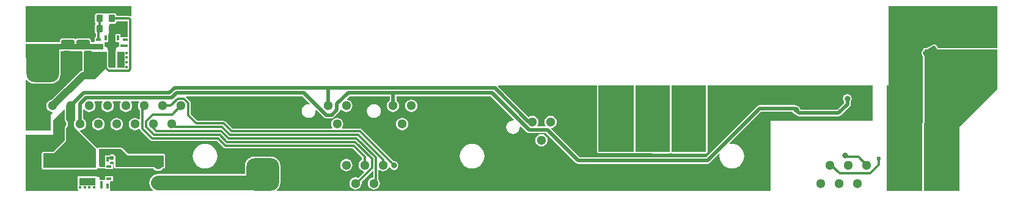
<source format=gtl>
G04*
G04 #@! TF.GenerationSoftware,Altium Limited,Altium Designer,18.1.7 (191)*
G04*
G04 Layer_Physical_Order=1*
G04 Layer_Color=255*
%FSLAX43Y43*%
%MOMM*%
G71*
G01*
G75*
G04:AMPARAMS|DCode=29|XSize=1.8mm|YSize=1.15mm|CornerRadius=0.144mm|HoleSize=0mm|Usage=FLASHONLY|Rotation=270.000|XOffset=0mm|YOffset=0mm|HoleType=Round|Shape=RoundedRectangle|*
%AMROUNDEDRECTD29*
21,1,1.800,0.863,0,0,270.0*
21,1,1.513,1.150,0,0,270.0*
1,1,0.288,-0.431,-0.756*
1,1,0.288,-0.431,0.756*
1,1,0.288,0.431,0.756*
1,1,0.288,0.431,-0.756*
%
%ADD29ROUNDEDRECTD29*%
%ADD30R,2.250X1.125*%
%ADD31R,0.700X0.300*%
%ADD32R,0.300X0.700*%
%ADD33R,0.400X1.000*%
%ADD34R,1.000X0.400*%
%ADD35R,1.125X2.250*%
G04:AMPARAMS|DCode=36|XSize=1mm|YSize=0.9mm|CornerRadius=0.113mm|HoleSize=0mm|Usage=FLASHONLY|Rotation=270.000|XOffset=0mm|YOffset=0mm|HoleType=Round|Shape=RoundedRectangle|*
%AMROUNDEDRECTD36*
21,1,1.000,0.675,0,0,270.0*
21,1,0.775,0.900,0,0,270.0*
1,1,0.225,-0.338,-0.388*
1,1,0.225,-0.338,0.388*
1,1,0.225,0.338,0.388*
1,1,0.225,0.338,-0.388*
%
%ADD36ROUNDEDRECTD36*%
G04:AMPARAMS|DCode=37|XSize=1.8mm|YSize=1.15mm|CornerRadius=0.144mm|HoleSize=0mm|Usage=FLASHONLY|Rotation=180.000|XOffset=0mm|YOffset=0mm|HoleType=Round|Shape=RoundedRectangle|*
%AMROUNDEDRECTD37*
21,1,1.800,0.863,0,0,180.0*
21,1,1.513,1.150,0,0,180.0*
1,1,0.288,-0.756,0.431*
1,1,0.288,0.756,0.431*
1,1,0.288,0.756,-0.431*
1,1,0.288,-0.756,-0.431*
%
%ADD37ROUNDEDRECTD37*%
%ADD38C,2.000*%
%ADD39C,1.000*%
%ADD40C,0.300*%
%ADD41C,0.500*%
%ADD42R,0.300X0.375*%
%ADD43R,0.375X0.300*%
%ADD44C,1.300*%
G04:AMPARAMS|DCode=45|XSize=4.5mm|YSize=4.5mm|CornerRadius=1.125mm|HoleSize=0mm|Usage=FLASHONLY|Rotation=0.000|XOffset=0mm|YOffset=0mm|HoleType=Round|Shape=RoundedRectangle|*
%AMROUNDEDRECTD45*
21,1,4.500,2.250,0,0,0.0*
21,1,2.250,4.500,0,0,0.0*
1,1,2.250,1.125,-1.125*
1,1,2.250,-1.125,-1.125*
1,1,2.250,-1.125,1.125*
1,1,2.250,1.125,1.125*
%
%ADD45ROUNDEDRECTD45*%
G04:AMPARAMS|DCode=46|XSize=2mm|YSize=2mm|CornerRadius=0.25mm|HoleSize=0mm|Usage=FLASHONLY|Rotation=180.000|XOffset=0mm|YOffset=0mm|HoleType=Round|Shape=RoundedRectangle|*
%AMROUNDEDRECTD46*
21,1,2.000,1.500,0,0,180.0*
21,1,1.500,2.000,0,0,180.0*
1,1,0.500,-0.750,0.750*
1,1,0.500,0.750,0.750*
1,1,0.500,0.750,-0.750*
1,1,0.500,-0.750,-0.750*
%
%ADD46ROUNDEDRECTD46*%
%ADD47C,2.000*%
G04:AMPARAMS|DCode=48|XSize=2mm|YSize=2mm|CornerRadius=0.25mm|HoleSize=0mm|Usage=FLASHONLY|Rotation=120.000|XOffset=0mm|YOffset=0mm|HoleType=Round|Shape=RoundedRectangle|*
%AMROUNDEDRECTD48*
21,1,2.000,1.500,0,0,120.0*
21,1,1.500,2.000,0,0,120.0*
1,1,0.500,0.275,1.025*
1,1,0.500,1.025,-0.275*
1,1,0.500,-0.275,-1.025*
1,1,0.500,-1.025,0.275*
%
%ADD48ROUNDEDRECTD48*%
%ADD49C,0.800*%
%ADD50C,0.900*%
%ADD51C,0.600*%
G36*
X14796Y24476D02*
X14669Y24408D01*
X14637Y24430D01*
X14500Y24457D01*
X12751D01*
Y24487D01*
X12727Y24609D01*
X12658Y24713D01*
X12554Y24782D01*
X12432Y24806D01*
X11757D01*
X11658Y24786D01*
X11645Y24800D01*
X10845D01*
X10831Y24786D01*
X10732Y24806D01*
X10057D01*
X9935Y24782D01*
X9832Y24713D01*
X9763Y24609D01*
X9739Y24487D01*
Y23712D01*
X9763Y23591D01*
X9832Y23487D01*
X9848Y23476D01*
Y23324D01*
X9832Y23313D01*
X9763Y23209D01*
X9739Y23087D01*
Y22312D01*
X9763Y22191D01*
X9832Y22087D01*
X9893Y22046D01*
Y21550D01*
X9700D01*
Y20931D01*
X9592Y20804D01*
X9207D01*
Y21031D01*
X9180Y21165D01*
X9104Y21279D01*
X8990Y21355D01*
X8856Y21382D01*
X7344D01*
X7210Y21355D01*
X7096Y21279D01*
X7004D01*
X6890Y21355D01*
X6756Y21382D01*
X5244D01*
X5110Y21355D01*
X4996Y21279D01*
X4920Y21165D01*
X4893Y21031D01*
Y20804D01*
X204Y20804D01*
Y25796D01*
X14796D01*
Y24476D01*
D02*
G37*
G36*
X14293Y21550D02*
X13427D01*
X13400Y21550D01*
X13300Y21615D01*
Y21950D01*
X12600D01*
Y20850D01*
X13035D01*
X13100Y20750D01*
X13100Y20723D01*
Y20213D01*
X13095Y20207D01*
X12973Y20138D01*
X12945Y20150D01*
X12855D01*
X12773Y20116D01*
X12709Y20052D01*
X12675Y19970D01*
Y19880D01*
X12697Y19827D01*
X12656Y19734D01*
X12627Y19700D01*
X12612D01*
Y17257D01*
X11793D01*
X11604Y17446D01*
Y19500D01*
X11588Y19578D01*
X11588Y19579D01*
Y19700D01*
X11573D01*
X11544Y19734D01*
X11503Y19827D01*
X11525Y19880D01*
Y19970D01*
X11491Y20052D01*
X11427Y20116D01*
X11345Y20150D01*
X11255D01*
X11231Y20140D01*
X11105Y20212D01*
X11104Y20214D01*
X11104Y20510D01*
X11104Y20510D01*
X11100Y20530D01*
Y20723D01*
X11100Y20750D01*
X11165Y20850D01*
X11600D01*
Y21892D01*
X11643Y21996D01*
X11686Y22041D01*
X11845Y22200D01*
Y23200D01*
X11778Y23267D01*
X11830Y23394D01*
X12432D01*
X12554Y23418D01*
X12658Y23487D01*
X12727Y23591D01*
X12751Y23712D01*
Y23743D01*
X14293D01*
Y21550D01*
D02*
G37*
G36*
X134796Y20000D02*
X126589Y20000D01*
X126422Y20289D01*
X126304Y20423D01*
X126143Y20503D01*
X125965Y20514D01*
X125795Y20457D01*
X125004Y20000D01*
X124500D01*
X124499Y19708D01*
X124496Y19707D01*
X124361Y19589D01*
X124282Y19428D01*
X124271Y19250D01*
X124328Y19080D01*
X124494Y18793D01*
X124401Y204D01*
X119500D01*
Y14796D01*
X119578Y14812D01*
X119644Y14856D01*
X119688Y14922D01*
X119704Y15000D01*
Y25796D01*
X134796D01*
Y20000D01*
D02*
G37*
G36*
X10810Y20600D02*
X10900Y20510D01*
X10900Y19800D01*
X9265Y19800D01*
X9231Y19807D01*
X8369D01*
X8335Y19800D01*
X6265Y19800D01*
X6231Y19807D01*
X5369D01*
X5335Y19800D01*
X4800D01*
X4800Y18600D01*
X204D01*
Y20600D01*
X10810Y20600D01*
D02*
G37*
G36*
X126412Y19898D02*
X126430Y19878D01*
X126444Y19856D01*
X126456Y19848D01*
X126465Y19838D01*
X126488Y19826D01*
X126511Y19812D01*
X126524Y19809D01*
X126536Y19803D01*
X126562Y19801D01*
X126589Y19796D01*
X134796Y19796D01*
Y14296D01*
X129500Y9000D01*
X129500Y204D01*
X124695D01*
X124605Y294D01*
X124698Y18792D01*
X124695Y18806D01*
X124696Y18819D01*
X124688Y18844D01*
X124683Y18870D01*
X124675Y18882D01*
X124671Y18895D01*
X124600Y19017D01*
Y19527D01*
X124631Y19553D01*
X124634Y19558D01*
X124642Y19563D01*
X124650Y19575D01*
X124660Y19584D01*
X124672Y19607D01*
X124679Y19617D01*
X124680Y19619D01*
X124687Y19629D01*
X124689Y19643D01*
X124696Y19655D01*
X124697Y19682D01*
X124702Y19707D01*
X124703Y19796D01*
X125004D01*
X125017Y19799D01*
X125031Y19798D01*
X125056Y19806D01*
X125082Y19812D01*
X125093Y19819D01*
X125106Y19823D01*
X125412Y20000D01*
X126353D01*
X126412Y19898D01*
D02*
G37*
G36*
X6225Y19600D02*
X6245D01*
X6265Y19596D01*
X7886Y19596D01*
X7996Y19500D01*
X7996Y16892D01*
X7917Y16882D01*
X7747Y16811D01*
X7601Y16699D01*
X3735Y12834D01*
X3653Y12823D01*
X3446Y12737D01*
X3269Y12601D01*
X3133Y12424D01*
X3047Y12217D01*
X3018Y11995D01*
X3047Y11773D01*
X3133Y11566D01*
X3269Y11389D01*
X3446Y11253D01*
X3653Y11167D01*
X3860Y11140D01*
X3916Y11054D01*
X3929Y11029D01*
X3600Y10700D01*
X3600Y8600D01*
X204Y8600D01*
Y15516D01*
X331Y15559D01*
X430Y15430D01*
X707Y15218D01*
X1029Y15084D01*
X1375Y15039D01*
X3625D01*
X3971Y15084D01*
X4293Y15218D01*
X4570Y15430D01*
X4782Y15707D01*
X4916Y16029D01*
X4961Y16375D01*
Y18482D01*
X4988Y18522D01*
X5004Y18600D01*
X5004Y19596D01*
X5335D01*
X5355Y19600D01*
X5375D01*
X5389Y19603D01*
X6211D01*
X6225Y19600D01*
D02*
G37*
G36*
X11400Y17400D02*
X9700Y15700D01*
X8200D01*
X8200Y19500D01*
X11400Y19500D01*
Y17400D01*
D02*
G37*
G36*
X84436Y5625D02*
X79539Y5625D01*
Y14796D01*
X84436D01*
Y5625D01*
D02*
G37*
G36*
X89416Y5665D02*
X89326Y5576D01*
X84642Y5623D01*
Y14796D01*
X89416D01*
Y5665D01*
D02*
G37*
G36*
X94416Y5575D02*
X89731D01*
X89708Y5585D01*
X89625Y5660D01*
X89620Y5665D01*
Y14796D01*
X94416D01*
Y5575D01*
D02*
G37*
G36*
X117500Y9900D02*
X103400D01*
X103400Y204D01*
X34984D01*
X34941Y331D01*
X35070Y430D01*
X35282Y707D01*
X35416Y1029D01*
X35461Y1375D01*
Y3625D01*
X35416Y3971D01*
X35282Y4293D01*
X35070Y4570D01*
X34793Y4782D01*
X34471Y4916D01*
X34125Y4961D01*
X31875D01*
X31529Y4916D01*
X31207Y4782D01*
X30930Y4570D01*
X30718Y4293D01*
X30584Y3971D01*
X30539Y3625D01*
Y2510D01*
X18500D01*
X18187Y2469D01*
X17895Y2348D01*
X17644Y2156D01*
X17452Y1905D01*
X17331Y1613D01*
X17290Y1300D01*
X17331Y987D01*
X17452Y695D01*
X17644Y444D01*
X17792Y331D01*
X17749Y204D01*
X11925D01*
X11850Y300D01*
X11850Y331D01*
Y1373D01*
X11850Y1400D01*
X11915Y1500D01*
X12250D01*
Y2200D01*
X11150D01*
Y1765D01*
X11050Y1700D01*
X11023Y1700D01*
X10513D01*
X10507Y1705D01*
X10438Y1827D01*
X10450Y1855D01*
Y1945D01*
X10416Y2027D01*
X10352Y2091D01*
X10270Y2125D01*
X10180D01*
X10127Y2103D01*
X10034Y2144D01*
X10000Y2173D01*
Y2188D01*
X7350D01*
Y893D01*
X7346Y875D01*
Y500D01*
X7362Y422D01*
X7406Y356D01*
X7444Y331D01*
X7413Y204D01*
X204D01*
Y8000D01*
X4000D01*
X4000Y10000D01*
X5453Y11453D01*
X5571Y11405D01*
X5571Y10031D01*
X5576Y10005D01*
X5577Y9978D01*
X5583Y9966D01*
X5586Y9953D01*
X5601Y9931D01*
X5613Y9907D01*
X5709Y9781D01*
X5774Y9624D01*
X5797Y9455D01*
X5774Y9286D01*
X5709Y9129D01*
X5613Y9003D01*
X5601Y8979D01*
X5586Y8957D01*
X5583Y8944D01*
X5577Y8932D01*
X5576Y8905D01*
X5571Y8879D01*
X5571Y7159D01*
X4016Y5604D01*
X2600D01*
X2522Y5588D01*
X2456Y5544D01*
X2412Y5478D01*
X2396Y5400D01*
Y3373D01*
X2412Y3295D01*
X2456Y3228D01*
X2522Y3184D01*
X2600Y3169D01*
X9900D01*
X9978Y3184D01*
X10044Y3228D01*
X10088Y3295D01*
X10180Y3275D01*
X10270D01*
X10352Y3309D01*
X10362Y3318D01*
X10372Y3312D01*
X10450Y3296D01*
X11150D01*
Y3200D01*
X12250D01*
Y3900D01*
X11915D01*
X11850Y4000D01*
Y4199D01*
X11977Y4272D01*
X12136Y4240D01*
X12269Y4267D01*
X12396Y4181D01*
Y3500D01*
X12412Y3422D01*
X12456Y3356D01*
X12522Y3312D01*
X12600Y3296D01*
X17846Y3296D01*
X17894Y3234D01*
X18071Y3098D01*
X18278Y3012D01*
X18500Y2983D01*
X18722Y3012D01*
X18929Y3098D01*
X19106Y3234D01*
X19154Y3296D01*
X19300D01*
X19378Y3312D01*
X19444Y3356D01*
X19488Y3422D01*
X19504Y3500D01*
Y5100D01*
X19488Y5178D01*
X19444Y5244D01*
X19378Y5288D01*
X19300Y5304D01*
X14384D01*
X13544Y6144D01*
X13544Y6144D01*
X13478Y6188D01*
X13400Y6204D01*
X10300Y6204D01*
X10222Y6188D01*
X10156Y6144D01*
X10020Y6169D01*
X7715Y8474D01*
X7760Y8608D01*
X7907Y8627D01*
X8114Y8713D01*
X8291Y8849D01*
X8427Y9026D01*
X8513Y9233D01*
X8542Y9455D01*
X8513Y9677D01*
X8427Y9884D01*
X8291Y10061D01*
X8144Y10174D01*
Y11447D01*
X8271Y11490D01*
X8349Y11389D01*
X8526Y11253D01*
X8733Y11167D01*
X8955Y11138D01*
X9177Y11167D01*
X9384Y11253D01*
X9561Y11389D01*
X9697Y11566D01*
X9783Y11773D01*
X9812Y11995D01*
X9783Y12217D01*
X9697Y12424D01*
X9628Y12514D01*
X9691Y12641D01*
X10759D01*
X10822Y12514D01*
X10753Y12424D01*
X10667Y12217D01*
X10638Y11995D01*
X10667Y11773D01*
X10753Y11566D01*
X10889Y11389D01*
X11066Y11253D01*
X11273Y11167D01*
X11495Y11138D01*
X11717Y11167D01*
X11924Y11253D01*
X12101Y11389D01*
X12237Y11566D01*
X12323Y11773D01*
X12352Y11995D01*
X12323Y12217D01*
X12237Y12424D01*
X12168Y12514D01*
X12231Y12641D01*
X13299D01*
X13362Y12514D01*
X13293Y12424D01*
X13207Y12217D01*
X13178Y11995D01*
X13207Y11773D01*
X13293Y11566D01*
X13429Y11389D01*
X13606Y11253D01*
X13813Y11167D01*
X14035Y11138D01*
X14257Y11167D01*
X14464Y11253D01*
X14641Y11389D01*
X14777Y11566D01*
X14863Y11773D01*
X14892Y11995D01*
X14863Y12217D01*
X14777Y12424D01*
X14708Y12514D01*
X14771Y12641D01*
X15839D01*
X15902Y12514D01*
X15833Y12424D01*
X15747Y12217D01*
X15718Y11995D01*
X15747Y11773D01*
X15833Y11566D01*
X15969Y11389D01*
X15988Y11374D01*
Y10162D01*
X15861Y10100D01*
X15734Y10197D01*
X15527Y10283D01*
X15305Y10312D01*
X15083Y10283D01*
X14876Y10197D01*
X14699Y10061D01*
X14563Y9884D01*
X14477Y9677D01*
X14448Y9455D01*
X14477Y9233D01*
X14563Y9026D01*
X14699Y8849D01*
X14876Y8713D01*
X15083Y8627D01*
X15305Y8598D01*
X15527Y8627D01*
X15734Y8713D01*
X15864Y8813D01*
X15996Y8771D01*
X16002Y8766D01*
X16015Y8697D01*
X16093Y8581D01*
X17471Y7203D01*
X17587Y7125D01*
X17724Y7098D01*
X26695D01*
X27586Y6208D01*
X27702Y6130D01*
X27838Y6103D01*
X45443D01*
X46773Y4773D01*
Y4542D01*
X46701Y4512D01*
X46524Y4376D01*
X46388Y4199D01*
X46302Y3992D01*
X46273Y3770D01*
X46302Y3548D01*
X46388Y3341D01*
X46524Y3164D01*
X46701Y3028D01*
X46908Y2942D01*
X47017Y2927D01*
X47063Y2793D01*
X46256Y1986D01*
X46082Y2058D01*
X45860Y2087D01*
X45638Y2058D01*
X45431Y1972D01*
X45254Y1836D01*
X45118Y1659D01*
X45032Y1452D01*
X45003Y1230D01*
X45032Y1008D01*
X45118Y801D01*
X45254Y624D01*
X45431Y488D01*
X45638Y402D01*
X45860Y373D01*
X46082Y402D01*
X46289Y488D01*
X46466Y624D01*
X46602Y801D01*
X46688Y1008D01*
X46717Y1230D01*
X46693Y1414D01*
X48196Y2917D01*
X48313Y2868D01*
Y2076D01*
X48178Y2058D01*
X47971Y1972D01*
X47794Y1836D01*
X47658Y1659D01*
X47572Y1452D01*
X47543Y1230D01*
X47572Y1008D01*
X47658Y801D01*
X47794Y624D01*
X47971Y488D01*
X48178Y402D01*
X48400Y373D01*
X48622Y402D01*
X48829Y488D01*
X49006Y624D01*
X49142Y801D01*
X49228Y1008D01*
X49257Y1230D01*
X49228Y1452D01*
X49142Y1659D01*
X49027Y1809D01*
Y3032D01*
X49154Y3095D01*
X49241Y3028D01*
X49448Y2942D01*
X49670Y2913D01*
X49892Y2942D01*
X50099Y3028D01*
X50276Y3164D01*
X50412Y3341D01*
X50447Y3424D01*
X50609Y3484D01*
X50634Y3472D01*
X50635Y3466D01*
X50767Y3267D01*
X50966Y3135D01*
X51200Y3088D01*
X51434Y3135D01*
X51633Y3267D01*
X51765Y3466D01*
X51812Y3700D01*
X51765Y3934D01*
X51633Y4133D01*
X51434Y4265D01*
X51200Y4312D01*
X51111Y4294D01*
X46692Y8712D01*
X46577Y8790D01*
X46440Y8817D01*
X44058D01*
X43995Y8944D01*
X44062Y9031D01*
X44148Y9238D01*
X44177Y9460D01*
X44148Y9682D01*
X44062Y9889D01*
X43926Y10066D01*
X43749Y10202D01*
X43542Y10288D01*
X43320Y10317D01*
X43098Y10288D01*
X42891Y10202D01*
X42714Y10066D01*
X42578Y9889D01*
X42492Y9682D01*
X42463Y9460D01*
X42492Y9238D01*
X42578Y9031D01*
X42645Y8944D01*
X42582Y8817D01*
X28814D01*
X27838Y9793D01*
X27722Y9870D01*
X27586Y9898D01*
X23974D01*
X23012Y10860D01*
Y12409D01*
X22985Y12546D01*
X22907Y12662D01*
X22355Y13214D01*
X22402Y13341D01*
X38504D01*
X39517Y12328D01*
X39458Y12208D01*
X39380Y12218D01*
X39132Y12186D01*
X38901Y12090D01*
X38702Y11938D01*
X38550Y11739D01*
X38454Y11508D01*
X38422Y11260D01*
X38454Y11012D01*
X38550Y10781D01*
X38702Y10582D01*
X38901Y10430D01*
X39132Y10334D01*
X39380Y10302D01*
X39628Y10334D01*
X39859Y10430D01*
X40058Y10582D01*
X40210Y10781D01*
X40306Y11012D01*
X40338Y11260D01*
X40328Y11338D01*
X40448Y11397D01*
X41458Y10388D01*
X41607Y10288D01*
X41782Y10253D01*
X42540D01*
X42716Y10288D01*
X42865Y10388D01*
X43624Y11147D01*
X43724Y11296D01*
X43759Y11472D01*
Y11478D01*
X43886Y11521D01*
X43984Y11394D01*
X44161Y11258D01*
X44368Y11172D01*
X44590Y11143D01*
X44812Y11172D01*
X45019Y11258D01*
X45196Y11394D01*
X45332Y11571D01*
X45418Y11778D01*
X45447Y12000D01*
X45418Y12222D01*
X45332Y12429D01*
X45196Y12606D01*
X45019Y12742D01*
X44812Y12828D01*
X44705Y12842D01*
X44660Y12976D01*
X45024Y13341D01*
X50611D01*
Y12719D01*
X50464Y12606D01*
X50328Y12429D01*
X50242Y12222D01*
X50213Y12000D01*
X50242Y11778D01*
X50328Y11571D01*
X50464Y11394D01*
X50641Y11258D01*
X50848Y11172D01*
X51070Y11143D01*
X51292Y11172D01*
X51499Y11258D01*
X51676Y11394D01*
X51812Y11571D01*
X51898Y11778D01*
X51927Y12000D01*
X51898Y12222D01*
X51812Y12429D01*
X51676Y12606D01*
X51529Y12719D01*
Y13341D01*
X64584D01*
X67827Y10098D01*
X67768Y9978D01*
X67690Y9988D01*
X67442Y9956D01*
X67211Y9860D01*
X67012Y9708D01*
X66860Y9509D01*
X66764Y9278D01*
X66732Y9030D01*
X66764Y8782D01*
X66860Y8551D01*
X67012Y8352D01*
X67211Y8200D01*
X67442Y8104D01*
X67690Y8072D01*
X67938Y8104D01*
X68169Y8200D01*
X68368Y8352D01*
X68520Y8551D01*
X68616Y8782D01*
X68648Y9030D01*
X68638Y9108D01*
X68758Y9167D01*
X69580Y8346D01*
X69729Y8246D01*
X69904Y8211D01*
X71598D01*
X71606Y8084D01*
X71533Y8075D01*
X71408Y8058D01*
X71201Y7972D01*
X71024Y7836D01*
X70888Y7659D01*
X70802Y7452D01*
X70773Y7230D01*
X70802Y7008D01*
X70888Y6801D01*
X71024Y6624D01*
X71201Y6488D01*
X71408Y6402D01*
X71630Y6373D01*
X71852Y6402D01*
X72059Y6488D01*
X72236Y6624D01*
X72372Y6801D01*
X72458Y7008D01*
X72487Y7230D01*
X72458Y7452D01*
X72372Y7659D01*
X72236Y7836D01*
X72059Y7972D01*
X71852Y8058D01*
X71727Y8075D01*
X71654Y8084D01*
X71662Y8211D01*
X72254D01*
X76390Y4076D01*
X76539Y3976D01*
X76714Y3941D01*
X94610D01*
X94786Y3976D01*
X94934Y4076D01*
X96198Y5339D01*
X96319Y5281D01*
X96292Y5000D01*
X96325Y4667D01*
X96422Y4346D01*
X96580Y4051D01*
X96792Y3792D01*
X97051Y3580D01*
X97346Y3422D01*
X97667Y3325D01*
X98000Y3292D01*
X98333Y3325D01*
X98654Y3422D01*
X98949Y3580D01*
X99208Y3792D01*
X99420Y4051D01*
X99578Y4346D01*
X99675Y4667D01*
X99708Y5000D01*
X99675Y5333D01*
X99578Y5654D01*
X99420Y5949D01*
X99208Y6208D01*
X98949Y6420D01*
X98654Y6578D01*
X98333Y6675D01*
X98000Y6708D01*
X97719Y6681D01*
X97661Y6802D01*
X102034Y11175D01*
X106333D01*
X106335Y11166D01*
X106467Y10967D01*
X106666Y10835D01*
X106853Y10797D01*
X106975Y10676D01*
X107124Y10576D01*
X107300Y10541D01*
X112800D01*
X112976Y10576D01*
X113124Y10676D01*
X114324Y11876D01*
X114424Y12024D01*
X114459Y12200D01*
Y12607D01*
X114565Y12766D01*
X114612Y13000D01*
X114565Y13234D01*
X114433Y13433D01*
X114234Y13565D01*
X114000Y13612D01*
X113766Y13565D01*
X113567Y13433D01*
X113435Y13234D01*
X113388Y13000D01*
X113435Y12766D01*
X113541Y12607D01*
Y12390D01*
X112610Y11459D01*
X107500D01*
X107465Y11634D01*
X107332Y11833D01*
X107134Y11965D01*
X106915Y12009D01*
X106841Y12058D01*
X106666Y12093D01*
X101844D01*
X101669Y12058D01*
X101520Y11959D01*
X94420Y4859D01*
X76904D01*
X72970Y8794D01*
X73015Y8928D01*
X73122Y8942D01*
X73329Y9028D01*
X73506Y9164D01*
X73642Y9341D01*
X73728Y9548D01*
X73757Y9770D01*
X73728Y9992D01*
X73642Y10199D01*
X73506Y10376D01*
X73329Y10512D01*
X73122Y10598D01*
X72900Y10627D01*
X72678Y10598D01*
X72471Y10512D01*
X72294Y10376D01*
X72158Y10199D01*
X72072Y9992D01*
X72043Y9770D01*
X72072Y9548D01*
X72158Y9341D01*
X72223Y9256D01*
X72161Y9129D01*
X71099D01*
X71037Y9256D01*
X71102Y9341D01*
X71188Y9548D01*
X71217Y9770D01*
X71188Y9992D01*
X71102Y10199D01*
X70966Y10376D01*
X70789Y10512D01*
X70582Y10598D01*
X70360Y10627D01*
X70138Y10598D01*
X69931Y10512D01*
X69849Y10450D01*
X65620Y14679D01*
X65669Y14796D01*
X79335D01*
Y5625D01*
X79350Y5547D01*
X79394Y5481D01*
X79461Y5437D01*
X79539Y5421D01*
X84436Y5421D01*
X84514Y5437D01*
X84537Y5452D01*
X84562Y5435D01*
X84563Y5435D01*
X84563Y5435D01*
X84602Y5427D01*
X84639Y5419D01*
X89324Y5372D01*
X89324Y5372D01*
X89325Y5372D01*
X89363Y5379D01*
X89402Y5387D01*
X89402Y5387D01*
X89403Y5387D01*
X89435Y5409D01*
X89468Y5430D01*
X89572Y5433D01*
X89601Y5416D01*
X89629Y5397D01*
X89652Y5387D01*
X89653Y5387D01*
X89653Y5387D01*
X89692Y5379D01*
X89730Y5371D01*
X89730Y5371D01*
X89731Y5371D01*
X94416D01*
X94494Y5387D01*
X94560Y5431D01*
X94604Y5497D01*
X94620Y5575D01*
Y14796D01*
X117500D01*
Y9900D01*
D02*
G37*
G36*
X13400Y6000D02*
X14300Y5100D01*
X19300D01*
Y3500D01*
X12600Y3500D01*
Y4544D01*
X12607Y4555D01*
X12646Y4750D01*
X12607Y4945D01*
X12497Y5110D01*
X12331Y5221D01*
X12136Y5260D01*
X11941Y5221D01*
X11776Y5110D01*
X11773Y5107D01*
X11700D01*
X11666Y5100D01*
X11200D01*
Y5100D01*
X11150D01*
Y4584D01*
X11143Y4550D01*
X11150Y4516D01*
Y4027D01*
X11150Y4000D01*
X11150D01*
X11150Y3900D01*
X11150D01*
Y3500D01*
X10450D01*
Y3545D01*
X10416Y3627D01*
X10352Y3691D01*
X10300Y3712D01*
Y6000D01*
X13400Y6000D01*
D02*
G37*
G36*
X7055Y10031D02*
X6943Y9884D01*
X6857Y9677D01*
X6828Y9455D01*
X6857Y9233D01*
X6943Y9026D01*
X7055Y8879D01*
Y8845D01*
X9900Y6000D01*
Y3373D01*
X2600D01*
Y5400D01*
X4100D01*
X5774Y7074D01*
X5774Y8879D01*
X5887Y9026D01*
X5973Y9233D01*
X6002Y9455D01*
X5973Y9677D01*
X5887Y9884D01*
X5774Y10031D01*
X5774Y12000D01*
X7055Y12000D01*
X7055Y10031D01*
D02*
G37*
%LPC*%
G36*
X53610Y12857D02*
X53388Y12828D01*
X53181Y12742D01*
X53004Y12606D01*
X52868Y12429D01*
X52782Y12222D01*
X52753Y12000D01*
X52782Y11778D01*
X52868Y11571D01*
X53004Y11394D01*
X53181Y11258D01*
X53388Y11172D01*
X53610Y11143D01*
X53832Y11172D01*
X54039Y11258D01*
X54216Y11394D01*
X54352Y11571D01*
X54438Y11778D01*
X54467Y12000D01*
X54438Y12222D01*
X54352Y12429D01*
X54216Y12606D01*
X54039Y12742D01*
X53832Y12828D01*
X53610Y12857D01*
D02*
G37*
G36*
X48400Y12218D02*
X48152Y12186D01*
X47921Y12090D01*
X47722Y11938D01*
X47570Y11739D01*
X47474Y11508D01*
X47442Y11260D01*
X47474Y11012D01*
X47570Y10781D01*
X47722Y10582D01*
X47921Y10430D01*
X48152Y10334D01*
X48400Y10302D01*
X48648Y10334D01*
X48879Y10430D01*
X49078Y10582D01*
X49230Y10781D01*
X49326Y11012D01*
X49358Y11260D01*
X49326Y11508D01*
X49230Y11739D01*
X49078Y11938D01*
X48879Y12090D01*
X48648Y12186D01*
X48400Y12218D01*
D02*
G37*
G36*
X52340Y10317D02*
X52118Y10288D01*
X51911Y10202D01*
X51734Y10066D01*
X51598Y9889D01*
X51512Y9682D01*
X51483Y9460D01*
X51512Y9238D01*
X51598Y9031D01*
X51734Y8854D01*
X51911Y8718D01*
X52118Y8632D01*
X52340Y8603D01*
X52562Y8632D01*
X52769Y8718D01*
X52946Y8854D01*
X53082Y9031D01*
X53168Y9238D01*
X53197Y9460D01*
X53168Y9682D01*
X53082Y9889D01*
X52946Y10066D01*
X52769Y10202D01*
X52562Y10288D01*
X52340Y10317D01*
D02*
G37*
G36*
X12765Y10312D02*
X12543Y10283D01*
X12336Y10197D01*
X12159Y10061D01*
X12023Y9884D01*
X11937Y9677D01*
X11908Y9455D01*
X11937Y9233D01*
X12023Y9026D01*
X12159Y8849D01*
X12336Y8713D01*
X12543Y8627D01*
X12765Y8598D01*
X12987Y8627D01*
X13194Y8713D01*
X13371Y8849D01*
X13507Y9026D01*
X13593Y9233D01*
X13622Y9455D01*
X13593Y9677D01*
X13507Y9884D01*
X13371Y10061D01*
X13194Y10197D01*
X12987Y10283D01*
X12765Y10312D01*
D02*
G37*
G36*
X10225D02*
X10003Y10283D01*
X9796Y10197D01*
X9619Y10061D01*
X9483Y9884D01*
X9397Y9677D01*
X9368Y9455D01*
X9397Y9233D01*
X9483Y9026D01*
X9619Y8849D01*
X9796Y8713D01*
X10003Y8627D01*
X10225Y8598D01*
X10447Y8627D01*
X10654Y8713D01*
X10831Y8849D01*
X10967Y9026D01*
X11053Y9233D01*
X11082Y9455D01*
X11053Y9677D01*
X10967Y9884D01*
X10831Y10061D01*
X10654Y10197D01*
X10447Y10283D01*
X10225Y10312D01*
D02*
G37*
G36*
X62000Y6708D02*
X61667Y6675D01*
X61346Y6578D01*
X61051Y6420D01*
X60792Y6208D01*
X60580Y5949D01*
X60422Y5654D01*
X60325Y5333D01*
X60292Y5000D01*
X60325Y4667D01*
X60422Y4346D01*
X60580Y4051D01*
X60792Y3792D01*
X61051Y3580D01*
X61346Y3422D01*
X61667Y3325D01*
X62000Y3292D01*
X62333Y3325D01*
X62654Y3422D01*
X62949Y3580D01*
X63208Y3792D01*
X63420Y4051D01*
X63578Y4346D01*
X63675Y4667D01*
X63708Y5000D01*
X63675Y5333D01*
X63578Y5654D01*
X63420Y5949D01*
X63208Y6208D01*
X62949Y6420D01*
X62654Y6578D01*
X62333Y6675D01*
X62000Y6708D01*
D02*
G37*
G36*
X25000Y6708D02*
X24667Y6675D01*
X24346Y6578D01*
X24051Y6420D01*
X23792Y6208D01*
X23580Y5949D01*
X23422Y5654D01*
X23325Y5333D01*
X23292Y5000D01*
X23325Y4667D01*
X23422Y4346D01*
X23580Y4051D01*
X23792Y3792D01*
X24051Y3580D01*
X24346Y3422D01*
X24667Y3325D01*
X25000Y3292D01*
X25333Y3325D01*
X25654Y3422D01*
X25949Y3580D01*
X26208Y3792D01*
X26420Y4051D01*
X26578Y4346D01*
X26675Y4667D01*
X26708Y5000D01*
X26675Y5333D01*
X26578Y5654D01*
X26420Y5949D01*
X26208Y6208D01*
X25949Y6420D01*
X25654Y6578D01*
X25333Y6675D01*
X25000Y6708D01*
D02*
G37*
G36*
X44590Y4627D02*
X44368Y4598D01*
X44161Y4512D01*
X43984Y4376D01*
X43848Y4199D01*
X43762Y3992D01*
X43733Y3770D01*
X43762Y3548D01*
X43848Y3341D01*
X43984Y3164D01*
X44161Y3028D01*
X44368Y2942D01*
X44590Y2913D01*
X44812Y2942D01*
X45019Y3028D01*
X45196Y3164D01*
X45332Y3341D01*
X45418Y3548D01*
X45447Y3770D01*
X45418Y3992D01*
X45332Y4199D01*
X45196Y4376D01*
X45019Y4512D01*
X44812Y4598D01*
X44590Y4627D01*
D02*
G37*
%LPD*%
D29*
X8800Y18700D02*
D03*
X5800D02*
D03*
X8800Y16600D02*
D03*
X5800D02*
D03*
D30*
X8675Y1425D02*
D03*
X8675Y3975D02*
D03*
D31*
X11700Y3550D02*
D03*
Y1850D02*
D03*
X13950Y21200D02*
D03*
X10250D02*
D03*
D32*
X11500Y850D02*
D03*
Y4550D02*
D03*
X11250Y21400D02*
D03*
X12950D02*
D03*
D33*
X10650Y4400D02*
D03*
Y1000D02*
D03*
X12100Y21250D02*
D03*
D34*
X11550Y2700D02*
D03*
X10400Y20350D02*
D03*
X13800D02*
D03*
D35*
X13375Y18375D02*
D03*
X10825Y18375D02*
D03*
D36*
X12095Y24100D02*
D03*
X10395D02*
D03*
X10395Y22700D02*
D03*
X12095D02*
D03*
D37*
X8100Y23600D02*
D03*
Y20600D02*
D03*
X6000Y23600D02*
D03*
Y20600D02*
D03*
X3700Y1200D02*
D03*
Y4200D02*
D03*
X6000Y1200D02*
D03*
Y4200D02*
D03*
X15900Y1200D02*
D03*
Y4200D02*
D03*
X13600Y1200D02*
D03*
Y4200D02*
D03*
D38*
X31800Y1300D02*
X33000Y2500D01*
X18500Y1300D02*
X31800D01*
D39*
X8100Y16200D02*
X8800D01*
X3895Y11995D02*
X8100Y16200D01*
X3875Y11995D02*
X3895D01*
X8800Y16200D02*
X8800Y16200D01*
D40*
X14650Y17105D02*
Y23950D01*
X14500Y24100D02*
X14650Y23950D01*
X11645Y16900D02*
X14445D01*
X14650Y17105D01*
X118400Y3800D02*
Y4667D01*
X117200Y2600D02*
X118400Y3800D01*
X112900Y2600D02*
X117200D01*
X111730Y3770D02*
X112900Y2600D01*
X111590Y3770D02*
X111730D01*
X113700Y5100D02*
X113900Y4900D01*
X23826Y9541D02*
X27586D01*
X20799Y9041D02*
X27379D01*
X18287Y8455D02*
X27257D01*
X17931Y7955D02*
X27050D01*
X27379Y9041D02*
X28459Y7960D01*
X27586Y9541D02*
X28667Y8460D01*
X46440D01*
X28459Y7960D02*
X46212D01*
X28252Y7460D02*
X46005D01*
X27257Y8455D02*
X28252Y7460D01*
X28045Y6960D02*
X45798D01*
X27050Y7955D02*
X28045Y6960D01*
X27838Y6460D02*
X45591D01*
X26843Y7455D02*
X27838Y6460D01*
X17724Y7455D02*
X26843D01*
X11700Y4750D02*
X12136D01*
X11500Y4550D02*
X11700Y4750D01*
X22655Y10712D02*
X23826Y9541D01*
X22655Y10712D02*
Y12409D01*
X22069Y12995D02*
X22655Y12409D01*
X21241Y12995D02*
X22069D01*
X49670Y3770D02*
Y4502D01*
X48670Y1500D02*
Y4795D01*
X48130Y3356D02*
Y4628D01*
X45798Y6960D02*
X48130Y4628D01*
X46005Y7460D02*
X48670Y4795D01*
X46212Y7960D02*
X49670Y4502D01*
X47130Y3770D02*
Y4921D01*
X45591Y6460D02*
X47130Y4921D01*
X46440Y8460D02*
X51200Y3700D01*
X17845Y8897D02*
Y9455D01*
Y8897D02*
X18287Y8455D01*
X16845Y9041D02*
X17931Y7955D01*
X16345Y8834D02*
X17724Y7455D01*
X20385Y9455D02*
X20799Y9041D01*
X20459Y10799D02*
X21655Y11995D01*
X17775Y10799D02*
X20459D01*
X10825Y17720D02*
X11645Y16900D01*
X10395Y22700D02*
X10395Y22700D01*
X10395Y22700D02*
Y24100D01*
X10250Y22555D02*
X10395Y22700D01*
X10250Y21200D02*
Y22555D01*
X12095Y24100D02*
X14500D01*
X10825Y17720D02*
Y18375D01*
X115540Y4900D02*
X116670Y3770D01*
X113900Y4900D02*
X115540D01*
X20241Y11995D02*
X21241Y12995D01*
X19115Y11995D02*
X20241D01*
X16345Y11765D02*
X16575Y11995D01*
X16345Y8834D02*
Y11765D01*
X16929Y9953D02*
X17775Y10799D01*
X16845Y9041D02*
Y9869D01*
X16929Y9953D01*
X16929D02*
X16929D01*
X46004Y1230D02*
X48130Y3356D01*
X45860Y1230D02*
X46004D01*
X48400D02*
X48670Y1500D01*
X45716Y1230D02*
X45860D01*
D41*
X44834Y13800D02*
X51070D01*
Y12000D02*
Y13800D01*
X64774D01*
X43300Y12266D02*
X44834Y13800D01*
X64774D02*
X69904Y8670D01*
X43300Y11472D02*
Y12266D01*
X42540Y10712D02*
X43300Y11472D01*
X41782Y10712D02*
X42540D01*
X42050Y14500D02*
X65150D01*
X20800D02*
X42050D01*
Y12000D02*
Y14500D01*
X69880Y9770D02*
X70360D01*
X65150Y14500D02*
X69880Y9770D01*
X69904Y8670D02*
X72444D01*
X76714Y4400D01*
X94610D01*
X38694Y13800D02*
X41782Y10712D01*
X21100Y13800D02*
X38694D01*
X20400Y13100D02*
X21100Y13800D01*
X20100Y13800D02*
X20800Y14500D01*
X8214Y13800D02*
X20100D01*
X8504Y13100D02*
X20400D01*
X6415Y12001D02*
X8214Y13800D01*
X6415Y11995D02*
Y12001D01*
X7685Y12281D02*
X8504Y13100D01*
X7685Y9455D02*
Y12281D01*
X94610Y4400D02*
X101844Y11634D01*
X114000Y12200D02*
Y13000D01*
X112800Y11000D02*
X114000Y12200D01*
X107300Y11000D02*
X112800D01*
X106900Y11400D02*
X107300Y11000D01*
X106666Y11634D02*
X106900Y11400D01*
X101844Y11634D02*
X106666D01*
D42*
X9000Y688D02*
D03*
X7700Y688D02*
D03*
X8350Y688D02*
D03*
X9650Y688D02*
D03*
X7700Y4712D02*
D03*
X9000Y4712D02*
D03*
X9650Y4712D02*
D03*
X8350Y4712D02*
D03*
D43*
X14112Y18700D02*
D03*
Y17400D02*
D03*
Y18050D02*
D03*
X14112Y19350D02*
D03*
X10088Y17400D02*
D03*
Y18700D02*
D03*
Y19350D02*
D03*
Y18050D02*
D03*
D44*
X21655Y11995D02*
D03*
X20385Y9455D02*
D03*
X19115Y11995D02*
D03*
X17845Y9455D02*
D03*
X16575Y11995D02*
D03*
X15305Y9455D02*
D03*
X14035Y11995D02*
D03*
X12765Y9455D02*
D03*
X2605D02*
D03*
X3875Y11995D02*
D03*
X5145Y9455D02*
D03*
X6415Y11995D02*
D03*
X7685Y9455D02*
D03*
X8955Y11995D02*
D03*
X10225Y9455D02*
D03*
X11495Y11995D02*
D03*
X110320Y1230D02*
D03*
X111590Y3770D02*
D03*
X112860Y1230D02*
D03*
X114130Y3770D02*
D03*
X115400Y1230D02*
D03*
X116670Y3770D02*
D03*
X43320Y1230D02*
D03*
X44590Y3770D02*
D03*
X45860Y1230D02*
D03*
X47130Y3770D02*
D03*
X48400Y1230D02*
D03*
X49670Y3770D02*
D03*
X18500Y3840D02*
D03*
Y1300D02*
D03*
X72900Y9770D02*
D03*
X71630Y7230D02*
D03*
X70360Y9770D02*
D03*
X69090Y7230D02*
D03*
X44590Y12000D02*
D03*
X43320Y9460D02*
D03*
X42050Y12000D02*
D03*
X40780Y9460D02*
D03*
X53610Y12000D02*
D03*
X52340Y9460D02*
D03*
X51070Y12000D02*
D03*
X49800Y9460D02*
D03*
D45*
X2500Y17500D02*
D03*
Y23500D02*
D03*
X132500Y17500D02*
D03*
Y23500D02*
D03*
X82000Y8000D02*
D03*
X87000D02*
D03*
X92000D02*
D03*
X127000Y2500D02*
D03*
X122000D02*
D03*
X38000D02*
D03*
X33000D02*
D03*
D46*
X127000Y10500D02*
D03*
D47*
X122000D02*
D03*
X123250Y23365D02*
D03*
D48*
X125750Y19035D02*
D03*
D49*
X92500Y12000D02*
D03*
X93500Y14000D02*
D03*
X92500D02*
D03*
X90500D02*
D03*
Y12000D02*
D03*
X93500Y13000D02*
D03*
X92500D02*
D03*
X93500Y12000D02*
D03*
X91500D02*
D03*
X90500Y13000D02*
D03*
X91500Y14000D02*
D03*
Y13000D02*
D03*
X87500Y12000D02*
D03*
X88500Y14000D02*
D03*
X87500D02*
D03*
X85500D02*
D03*
Y12000D02*
D03*
X88500Y13000D02*
D03*
X87500D02*
D03*
X88500Y12000D02*
D03*
X86500D02*
D03*
X85500Y13000D02*
D03*
X86500Y14000D02*
D03*
Y13000D02*
D03*
X82500Y12000D02*
D03*
X83500Y14000D02*
D03*
X82500D02*
D03*
X80500D02*
D03*
Y12000D02*
D03*
X83500Y13000D02*
D03*
X82500D02*
D03*
X83500Y12000D02*
D03*
X81500D02*
D03*
X80500Y13000D02*
D03*
X81500Y14000D02*
D03*
Y13000D02*
D03*
X128500Y24000D02*
D03*
X129500D02*
D03*
X128500Y25000D02*
D03*
X127500Y24000D02*
D03*
Y22000D02*
D03*
X128500Y23000D02*
D03*
Y22000D02*
D03*
X127500Y25000D02*
D03*
X129500D02*
D03*
Y23000D02*
D03*
Y22000D02*
D03*
X127500Y23000D02*
D03*
Y17000D02*
D03*
X114000Y13000D02*
D03*
X113700Y5100D02*
D03*
X106900Y11400D02*
D03*
X129500Y16000D02*
D03*
Y17000D02*
D03*
Y19000D02*
D03*
X127500D02*
D03*
X128500Y16000D02*
D03*
Y17000D02*
D03*
X127500Y16000D02*
D03*
Y18000D02*
D03*
X128500Y19000D02*
D03*
X129500Y18000D02*
D03*
X128500D02*
D03*
X51200Y3700D02*
D03*
D50*
X8500Y25000D02*
D03*
Y24000D02*
D03*
Y23000D02*
D03*
X12100Y20000D02*
D03*
X7500Y20400D02*
D03*
X6500D02*
D03*
X5500D02*
D03*
X7500Y25000D02*
D03*
Y24000D02*
D03*
Y23000D02*
D03*
X8500Y22000D02*
D03*
X7500D02*
D03*
X6500D02*
D03*
X5500D02*
D03*
X6500Y2700D02*
D03*
X5500D02*
D03*
X4200D02*
D03*
X14100D02*
D03*
X16400D02*
D03*
X13100D02*
D03*
X116800Y14200D02*
D03*
X15400Y2700D02*
D03*
X2000Y1195D02*
D03*
X3200Y2700D02*
D03*
X8000D02*
D03*
X9177D02*
D03*
X10352D02*
D03*
X6500Y25000D02*
D03*
Y24000D02*
D03*
Y23000D02*
D03*
X5500D02*
D03*
Y24000D02*
D03*
Y25000D02*
D03*
X13600Y22800D02*
D03*
X12100Y22000D02*
D03*
Y21000D02*
D03*
Y19000D02*
D03*
Y18000D02*
D03*
D51*
X3000Y14000D02*
D03*
X3500Y14500D02*
D03*
X5000Y15000D02*
D03*
X4000Y14000D02*
D03*
X4500Y14500D02*
D03*
X37400Y11938D02*
D03*
X38100Y12800D02*
D03*
X67100Y14100D02*
D03*
X67900Y13300D02*
D03*
X109100Y11800D02*
D03*
X118400Y4667D02*
D03*
X12136Y4750D02*
D03*
X104300Y10880D02*
D03*
X8600Y5500D02*
D03*
M02*

</source>
